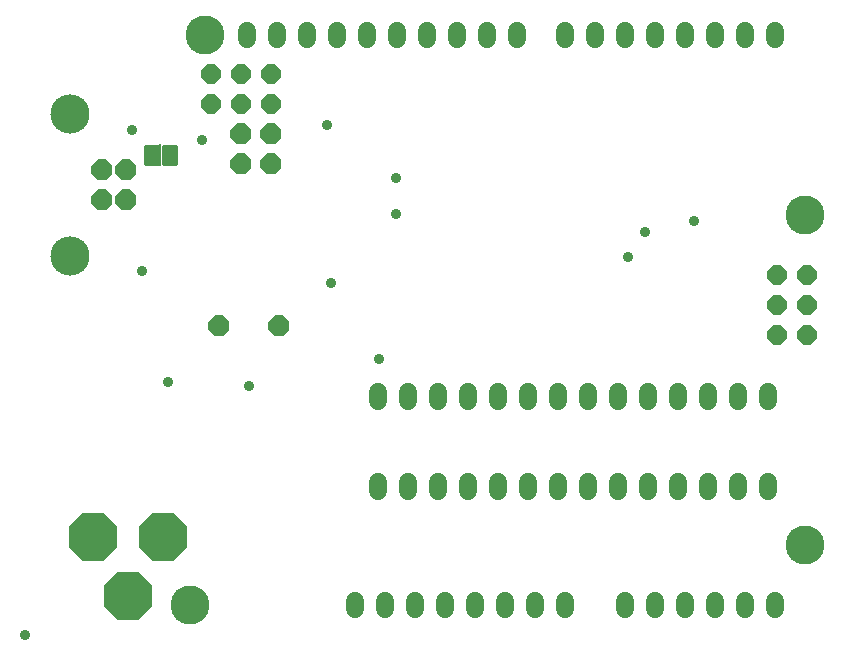
<source format=gbr>
G04 EAGLE Gerber RS-274X export*
G75*
%MOMM*%
%FSLAX34Y34*%
%LPD*%
%INSoldermask Bottom*%
%IPPOS*%
%AMOC8*
5,1,8,0,0,1.08239X$1,22.5*%
G01*
%ADD10C,3.301600*%
%ADD11C,1.524000*%
%ADD12P,1.787675X8X292.500000*%
%ADD13P,4.439531X8X202.500000*%
%ADD14P,4.439531X8X112.500000*%
%ADD15C,2.051600*%
%ADD16P,1.924489X8X292.500000*%
%ADD17C,3.317600*%
%ADD18P,1.787675X8X202.500000*%
%ADD19C,0.215900*%
%ADD20R,0.152400X1.828800*%
%ADD21P,1.924489X8X112.500000*%
%ADD22C,0.880000*%


D10*
X660400Y355600D03*
X660400Y76200D03*
X152400Y508000D03*
X139700Y25400D03*
D11*
X628650Y198374D02*
X628650Y205486D01*
X603250Y205486D02*
X603250Y198374D01*
X577850Y198374D02*
X577850Y205486D01*
X552450Y205486D02*
X552450Y198374D01*
X527050Y198374D02*
X527050Y205486D01*
X501650Y205486D02*
X501650Y198374D01*
X476250Y198374D02*
X476250Y205486D01*
X450850Y205486D02*
X450850Y198374D01*
X425450Y198374D02*
X425450Y205486D01*
X400050Y205486D02*
X400050Y198374D01*
X374650Y198374D02*
X374650Y205486D01*
X349250Y205486D02*
X349250Y198374D01*
X323850Y198374D02*
X323850Y205486D01*
X298450Y205486D02*
X298450Y198374D01*
X298450Y129286D02*
X298450Y122174D01*
X323850Y122174D02*
X323850Y129286D01*
X349250Y129286D02*
X349250Y122174D01*
X374650Y122174D02*
X374650Y129286D01*
X400050Y129286D02*
X400050Y122174D01*
X425450Y122174D02*
X425450Y129286D01*
X450850Y129286D02*
X450850Y122174D01*
X476250Y122174D02*
X476250Y129286D01*
X501650Y129286D02*
X501650Y122174D01*
X527050Y122174D02*
X527050Y129286D01*
X552450Y129286D02*
X552450Y122174D01*
X577850Y122174D02*
X577850Y129286D01*
X603250Y129286D02*
X603250Y122174D01*
X628650Y122174D02*
X628650Y129286D01*
D12*
X636270Y304800D03*
X661670Y304800D03*
X636270Y279400D03*
X661670Y279400D03*
X636270Y254000D03*
X661670Y254000D03*
D11*
X635000Y504444D02*
X635000Y511556D01*
X609600Y511556D02*
X609600Y504444D01*
X584200Y504444D02*
X584200Y511556D01*
X558800Y511556D02*
X558800Y504444D01*
X533400Y504444D02*
X533400Y511556D01*
X508000Y511556D02*
X508000Y504444D01*
X482600Y504444D02*
X482600Y511556D01*
X457200Y511556D02*
X457200Y504444D01*
X416560Y504444D02*
X416560Y511556D01*
X391160Y511556D02*
X391160Y504444D01*
X365760Y504444D02*
X365760Y511556D01*
X340360Y511556D02*
X340360Y504444D01*
X314960Y504444D02*
X314960Y511556D01*
X289560Y511556D02*
X289560Y504444D01*
X264160Y504444D02*
X264160Y511556D01*
X238760Y511556D02*
X238760Y504444D01*
X213360Y504444D02*
X213360Y511556D01*
X187960Y511556D02*
X187960Y504444D01*
X508000Y28956D02*
X508000Y21844D01*
X533400Y21844D02*
X533400Y28956D01*
X558800Y28956D02*
X558800Y21844D01*
X584200Y21844D02*
X584200Y28956D01*
X609600Y28956D02*
X609600Y21844D01*
X635000Y21844D02*
X635000Y28956D01*
D13*
X86868Y33020D03*
D14*
X116840Y83058D03*
X56896Y83058D03*
D15*
X94488Y33020D03*
X79248Y33020D03*
X56896Y75438D03*
X56896Y90678D03*
X116840Y75438D03*
X116840Y90678D03*
D16*
X85200Y368500D03*
X85200Y393500D03*
X65200Y393500D03*
X65200Y368500D03*
D17*
X38100Y441000D03*
X38100Y321000D03*
D18*
X208280Y474980D03*
X208280Y449580D03*
X182880Y474980D03*
X182880Y449580D03*
X157480Y474980D03*
X157480Y449580D03*
D19*
X127191Y413830D02*
X116649Y413830D01*
X127191Y413830D02*
X127191Y398970D01*
X116649Y398970D01*
X116649Y413830D01*
X116649Y401021D02*
X127191Y401021D01*
X127191Y403072D02*
X116649Y403072D01*
X116649Y405123D02*
X127191Y405123D01*
X127191Y407174D02*
X116649Y407174D01*
X116649Y409225D02*
X127191Y409225D01*
X127191Y411276D02*
X116649Y411276D01*
X116649Y413327D02*
X127191Y413327D01*
X111951Y413830D02*
X101409Y413830D01*
X111951Y413830D02*
X111951Y398970D01*
X101409Y398970D01*
X101409Y413830D01*
X101409Y401021D02*
X111951Y401021D01*
X111951Y403072D02*
X101409Y403072D01*
X101409Y405123D02*
X111951Y405123D01*
X111951Y407174D02*
X101409Y407174D01*
X101409Y409225D02*
X111951Y409225D01*
X111951Y411276D02*
X101409Y411276D01*
X101409Y413327D02*
X111951Y413327D01*
D20*
X114300Y406400D03*
D21*
X208280Y398780D03*
X182880Y398780D03*
X208280Y424180D03*
X182880Y424180D03*
D11*
X279400Y28956D02*
X279400Y21844D01*
X304800Y21844D02*
X304800Y28956D01*
X330200Y28956D02*
X330200Y21844D01*
X355600Y21844D02*
X355600Y28956D01*
X381000Y28956D02*
X381000Y21844D01*
X406400Y21844D02*
X406400Y28956D01*
X431800Y28956D02*
X431800Y21844D01*
X457200Y21844D02*
X457200Y28956D01*
D16*
X214630Y261620D03*
X163830Y261620D03*
D22*
X0Y0D03*
X431800Y25400D03*
X132080Y82550D03*
X457200Y25400D03*
X381000Y25400D03*
X355600Y25400D03*
X330200Y25400D03*
X508000Y25400D03*
X533400Y25400D03*
X558800Y25400D03*
X584200Y25400D03*
X609600Y25400D03*
X635000Y25400D03*
X635000Y508000D03*
X609600Y508000D03*
X584200Y508000D03*
X558800Y508000D03*
X533400Y508000D03*
X508000Y508000D03*
X482600Y508000D03*
X457200Y508000D03*
X416560Y508000D03*
X391160Y508000D03*
X365760Y508000D03*
X340360Y508000D03*
X314960Y508000D03*
X289560Y508000D03*
X238760Y508000D03*
X213360Y508000D03*
X187960Y508000D03*
X425450Y201930D03*
X400050Y201930D03*
X566420Y350520D03*
X524510Y341630D03*
X510540Y320040D03*
X313690Y387350D03*
X313690Y356870D03*
X259080Y298450D03*
X99060Y308610D03*
X149860Y419100D03*
X163830Y261620D03*
X214630Y261620D03*
X208280Y398780D03*
X208280Y424180D03*
X182880Y398780D03*
X182880Y424180D03*
X208280Y474980D03*
X157480Y474980D03*
X182880Y449580D03*
X182880Y474980D03*
X85090Y368300D03*
X85090Y393700D03*
X59690Y393700D03*
X90170Y427990D03*
X59690Y368300D03*
X120650Y214630D03*
X189230Y210820D03*
X255270Y431800D03*
X299720Y233680D03*
X264160Y508000D03*
X661670Y304800D03*
M02*

</source>
